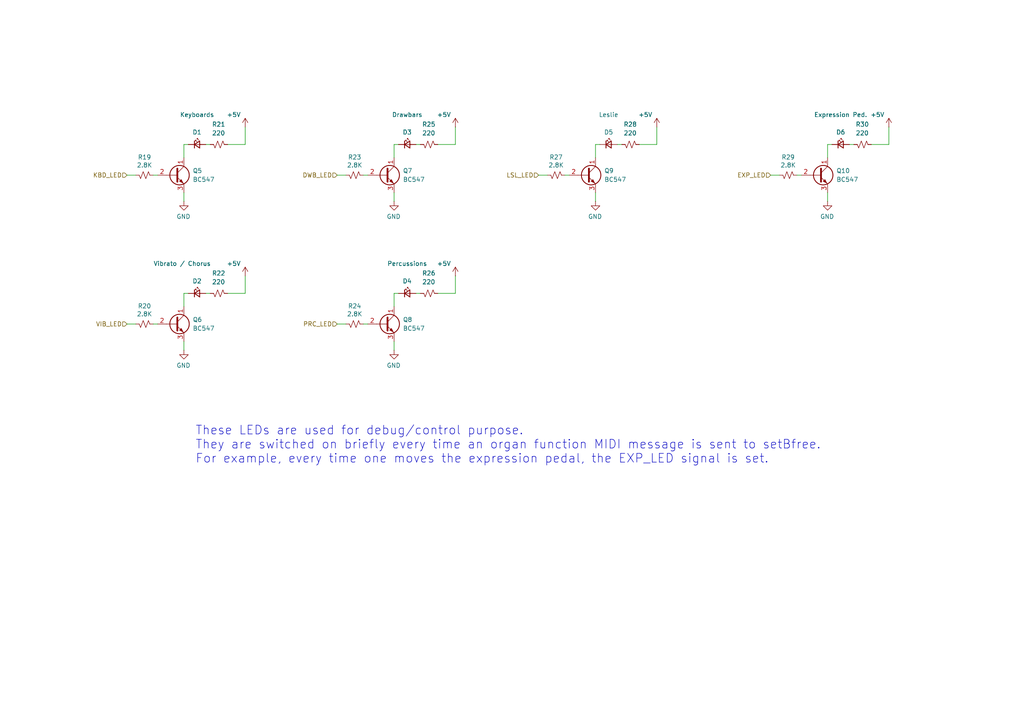
<source format=kicad_sch>
(kicad_sch (version 20250114) (generator "eeschema") (generator_version "9.0")
  (paper "A4")
  (title_block (title "MIDI Message Sending Control LEDs") (date "2025-07-28") (rev "1.0") (company "Picherie"))
  (lib_symbols
    (symbol "Device:LED_Small" (pin_numbers (hide yes)) (pin_names (offset 0.254) (hide yes))
      (property "Reference" "D" (at -1.27 3.175 0))
      (property "Value" "LED_Small" (at -4.445 -2.54 0))
      (symbol "LED_Small_0_1"
        (polyline (pts (xy -0.762 -1.016) (xy -0.762 1.016)) (stroke (width 0.254)))
        (polyline (pts (xy 0 0.762) (xy -0.508 1.27) (xy -0.254 1.27) (xy -0.508 1.27) (xy -0.508 1.016)))
        (polyline (pts (xy 0.508 1.27) (xy 0 1.778) (xy 0.254 1.778) (xy 0 1.778) (xy 0 1.524)))
        (polyline (pts (xy 0.762 -1.016) (xy -0.762 0) (xy 0.762 1.016) (xy 0.762 -1.016)) (stroke (width 0.254)))
        (polyline (pts (xy 1.016 0) (xy -0.762 0)))
      )
      (symbol "LED_Small_1_1"
        (pin passive line (at -2.54 0 0) (length 1.778) (name "K") (number "1"))
        (pin passive line (at 2.54 0 180) (length 1.778) (name "A") (number "2"))
      )
    )
    (symbol "Device:R_Small_US" (pin_numbers (hide yes)) (pin_names (offset 0.254) (hide yes))
      (property "Reference" "R" (at 0.762 0.508 0))
      (property "Value" "R_Small_US" (at 0.762 -1.016 0))
      (symbol "R_Small_US_1_1"
        (polyline (pts (xy 0 1.524) (xy 1.016 1.143) (xy 0 0.762) (xy -1.016 0.381) (xy 0 0)))
        (polyline (pts (xy 0 0) (xy 1.016 -0.381) (xy 0 -0.762) (xy -1.016 -1.143) (xy 0 -1.524)))
        (pin passive line (at 0 2.54 270) (length 1.016) (name "~") (number "1"))
        (pin passive line (at 0 -2.54 90) (length 1.016) (name "~") (number "2"))
      )
    )
    (symbol "Transistor_BJT:BC547" (pin_names (offset 0) (hide yes))
      (property "Reference" "Q" (at 5.08 1.905 0))
      (property "Value" "BC547" (at 5.08 0 0))
      (symbol "BC547_0_1"
        (polyline (pts (xy -2.54 0) (xy 0.635 0)))
        (polyline (pts (xy 0.635 1.905) (xy 0.635 -1.905)) (stroke (width 0.508)))
        (circle (center 1.27 0) (radius 2.8194) (stroke (width 0.254)))
      )
      (symbol "BC547_1_1"
        (polyline (pts (xy 0.635 0.635) (xy 2.54 2.54)))
        (polyline (pts (xy 0.635 -0.635) (xy 2.54 -2.54)))
        (polyline (pts (xy 1.27 -1.778) (xy 1.778 -1.27) (xy 2.286 -2.286) (xy 1.27 -1.778)) (fill (type outline)))
        (pin input line (at -5.08 0 0) (length 2.54) (name "B") (number "2"))
        (pin passive line (at 2.54 5.08 270) (length 2.54) (name "C") (number "1"))
        (pin passive line (at 2.54 -5.08 90) (length 2.54) (name "E") (number "3"))
      )
    )
    (symbol "power:+5V" (power) (pin_numbers (hide yes)) (pin_names (offset 0) (hide yes))
      (property "Value" "+5V" (at 0 3.556 0))
      (symbol "+5V_0_1"
        (polyline (pts (xy -0.762 1.27) (xy 0 2.54)))
        (polyline (pts (xy 0 2.54) (xy 0.762 1.27)))
        (polyline (pts (xy 0 0) (xy 0 2.54)))
      )
      (symbol "+5V_1_1"
        (pin power_in line (at 0 0 90) (length 0) (name "~") (number "1"))
      )
    )
    (symbol "power:GND" (power) (pin_numbers (hide yes)) (pin_names (offset 0) (hide yes))
      (property "Value" "GND" (at 0 -3.81 0))
      (symbol "GND_0_1"
        (polyline (pts (xy 0 0) (xy 0 -1.27) (xy 1.27 -1.27) (xy 0 -2.54) (xy -1.27 -1.27) (xy 0 -1.27)))
      )
      (symbol "GND_1_1"
        (pin power_in line (at 0 0 270) (length 0) (name "~") (number "1"))
      )
    )
  )
  (text "These LEDs are used for debug/control purpose.\nThey are switched on briefly every time an organ function MIDI message is sent to setBfree.\nFor example, every time one moves the expression pedal, the EXP_LED signal is set." (at 56.642 129.032 0) (effects (font (size 2.54 2.54)) (justify left)))
  (wire (pts (xy 173.99 41.91) (xy 172.72 41.91)))
  (wire (pts (xy 163.83 50.8) (xy 165.1 50.8)))
  (wire (pts (xy 240.03 58.42) (xy 240.03 55.88)))
  (wire (pts (xy 114.3 41.91) (xy 114.3 45.72)))
  (wire (pts (xy 54.61 85.09) (xy 53.34 85.09)))
  (wire (pts (xy 53.34 101.6) (xy 53.34 99.06)))
  (wire (pts (xy 180.34 41.91) (xy 179.07 41.91)))
  (wire (pts (xy 53.34 41.91) (xy 53.34 45.72)))
  (wire (pts (xy 39.37 93.98) (xy 36.83 93.98)))
  (wire (pts (xy 121.92 85.09) (xy 120.65 85.09)))
  (wire (pts (xy 121.92 41.91) (xy 120.65 41.91)))
  (wire (pts (xy 100.33 93.98) (xy 97.79 93.98)))
  (wire (pts (xy 132.08 85.09) (xy 127 85.09)))
  (wire (pts (xy 114.3 85.09) (xy 114.3 88.9)))
  (wire (pts (xy 105.41 50.8) (xy 106.68 50.8)))
  (wire (pts (xy 158.75 50.8) (xy 156.21 50.8)))
  (wire (pts (xy 240.03 41.91) (xy 240.03 45.72)))
  (wire (pts (xy 39.37 50.8) (xy 36.83 50.8)))
  (wire (pts (xy 132.08 41.91) (xy 127 41.91)))
  (wire (pts (xy 190.5 36.83) (xy 190.5 41.91)))
  (wire (pts (xy 231.14 50.8) (xy 232.41 50.8)))
  (wire (pts (xy 114.3 101.6) (xy 114.3 99.06)))
  (wire (pts (xy 132.08 80.01) (xy 132.08 85.09)))
  (wire (pts (xy 44.45 93.98) (xy 45.72 93.98)))
  (wire (pts (xy 257.81 41.91) (xy 252.73 41.91)))
  (wire (pts (xy 53.34 85.09) (xy 53.34 88.9)))
  (wire (pts (xy 190.5 41.91) (xy 185.42 41.91)))
  (wire (pts (xy 71.12 85.09) (xy 66.04 85.09)))
  (wire (pts (xy 241.3 41.91) (xy 240.03 41.91)))
  (wire (pts (xy 247.65 41.91) (xy 246.38 41.91)))
  (wire (pts (xy 71.12 41.91) (xy 66.04 41.91)))
  (wire (pts (xy 172.72 58.42) (xy 172.72 55.88)))
  (wire (pts (xy 257.81 36.83) (xy 257.81 41.91)))
  (wire (pts (xy 115.57 85.09) (xy 114.3 85.09)))
  (wire (pts (xy 226.06 50.8) (xy 223.52 50.8)))
  (wire (pts (xy 54.61 41.91) (xy 53.34 41.91)))
  (wire (pts (xy 115.57 41.91) (xy 114.3 41.91)))
  (wire (pts (xy 71.12 80.01) (xy 71.12 85.09)))
  (wire (pts (xy 132.08 36.83) (xy 132.08 41.91)))
  (wire (pts (xy 100.33 50.8) (xy 97.79 50.8)))
  (wire (pts (xy 60.96 85.09) (xy 59.69 85.09)))
  (wire (pts (xy 114.3 58.42) (xy 114.3 55.88)))
  (wire (pts (xy 172.72 41.91) (xy 172.72 45.72)))
  (wire (pts (xy 44.45 50.8) (xy 45.72 50.8)))
  (wire (pts (xy 105.41 93.98) (xy 106.68 93.98)))
  (wire (pts (xy 53.34 58.42) (xy 53.34 55.88)))
  (wire (pts (xy 71.12 36.83) (xy 71.12 41.91)))
  (wire (pts (xy 60.96 41.91) (xy 59.69 41.91)))
  (hierarchical_label "DWB_LED" (shape input) (at 97.79 50.8 180))
  (hierarchical_label "KBD_LED" (shape input) (at 36.83 50.8 180))
  (hierarchical_label "LSL_LED" (shape input) (at 156.21 50.8 180))
  (hierarchical_label "PRC_LED" (shape input) (at 97.79 93.98 180))
  (hierarchical_label "EXP_LED" (shape input) (at 223.52 50.8 180))
  (hierarchical_label "VIB_LED" (shape input) (at 36.83 93.98 180))
  (symbol (lib_id "Transistor_BJT:BC547") (at 50.8 50.8 0) (unit 1)
    (property "Reference" "Q5" (at 55.88 49.5299 0) (effects (justify left)))
    (property "Value" "BC547" (at 55.88 52.0699 0) (effects (justify left)))
    (property "Footprint" "Package_TO_SOT_THT:TO-92_Inline" (effects (hide yes)))
    (property "Datasheet" "https://www.onsemi.com/pub/Collateral/BC550-D.pdf" (effects (hide yes)))
    (property "Description" "0.1A Ic, 45V Vce, Small Signal NPN Transistor, TO-92" (effects (hide yes)))
  )
  (symbol (lib_id "power:+5V") (at 190.5 36.83 0) (mirror y) (unit 1)
    (property "Reference" "#PWR059" (effects (hide yes)))
    (property "Value" "+5V" (at 189.23 33.274 0) (effects (justify left)))
    (property "Description" "Power symbol creates a global label with name \"+5V\"" (effects (hide yes)))
  )
  (symbol (lib_id "power:GND") (at 53.34 58.42 0) (mirror y) (unit 1)
    (property "Reference" "#PWR050" (effects (hide yes)))
    (property "Value" "GND" (at 53.213 62.8142 0))
    (property "Description" "Power symbol creates a global label with name \"GND\" , ground" (effects (hide yes)))
  )
  (symbol (lib_id "Device:R_Small_US") (at 182.88 41.91 270) (mirror x) (unit 1)
    (property "Reference" "R28" (at 180.848 36.068 90) (effects (justify left)))
    (property "Value" "220" (at 180.848 38.608 90) (effects (justify left)))
    (property "Footprint" "Resistor_THT:R_Axial_DIN0207_L6.3mm_D2.5mm_P7.62mm_Horizontal" (effects (hide yes)))
    (property "Description" "Resistor, small US symbol" (effects (hide yes)))
  )
  (symbol (lib_id "Device:R_Small_US") (at 102.87 93.98 90) (mirror x) (unit 1)
    (property "Reference" "R24" (at 102.87 88.773 90))
    (property "Value" "2.8K" (at 102.87 91.0844 90))
    (property "Footprint" "Resistor_THT:R_Axial_DIN0207_L6.3mm_D2.5mm_P7.62mm_Horizontal" (effects (hide yes)))
    (property "Description" "Resistor, small US symbol" (effects (hide yes)))
  )
  (symbol (lib_id "Device:R_Small_US") (at 124.46 41.91 270) (mirror x) (unit 1)
    (property "Reference" "R25" (at 122.428 36.068 90) (effects (justify left)))
    (property "Value" "220" (at 122.428 38.608 90) (effects (justify left)))
    (property "Footprint" "Resistor_THT:R_Axial_DIN0207_L6.3mm_D2.5mm_P7.62mm_Horizontal" (effects (hide yes)))
    (property "Description" "Resistor, small US symbol" (effects (hide yes)))
  )
  (symbol (lib_id "Device:LED_Small") (at 57.15 85.09 0) (unit 1)
    (property "Reference" "D2" (at 57.15 81.534 0))
    (property "Value" "Vibrato / Chorus" (at 52.832 76.454 0))
    (property "Footprint" "LED_THT:LED_D3.0mm" (effects (hide yes)))
    (property "Description" "Light emitting diode, small symbol" (effects (hide yes)))
    (property "Sim.Pin" "1=K 2=A" (effects (hide yes)))
  )
  (symbol (lib_id "power:GND") (at 53.34 101.6 0) (mirror y) (unit 1)
    (property "Reference" "#PWR051" (effects (hide yes)))
    (property "Value" "GND" (at 53.213 105.9942 0))
    (property "Description" "Power symbol creates a global label with name \"GND\" , ground" (effects (hide yes)))
  )
  (symbol (lib_id "Device:R_Small_US") (at 161.29 50.8 90) (mirror x) (unit 1)
    (property "Reference" "R27" (at 161.29 45.593 90))
    (property "Value" "2.8K" (at 161.29 47.9044 90))
    (property "Footprint" "Resistor_THT:R_Axial_DIN0207_L6.3mm_D2.5mm_P7.62mm_Horizontal" (effects (hide yes)))
    (property "Description" "Resistor, small US symbol" (effects (hide yes)))
  )
  (symbol (lib_id "power:+5V") (at 71.12 80.01 0) (mirror y) (unit 1)
    (property "Reference" "#PWR053" (effects (hide yes)))
    (property "Value" "+5V" (at 69.85 76.454 0) (effects (justify left)))
    (property "Description" "Power symbol creates a global label with name \"+5V\"" (effects (hide yes)))
  )
  (symbol (lib_id "Transistor_BJT:BC547") (at 170.18 50.8 0) (unit 1)
    (property "Reference" "Q9" (at 175.26 49.5299 0) (effects (justify left)))
    (property "Value" "BC547" (at 175.26 52.0699 0) (effects (justify left)))
    (property "Footprint" "Package_TO_SOT_THT:TO-92_Inline" (effects (hide yes)))
    (property "Datasheet" "https://www.onsemi.com/pub/Collateral/BC550-D.pdf" (effects (hide yes)))
    (property "Description" "0.1A Ic, 45V Vce, Small Signal NPN Transistor, TO-92" (effects (hide yes)))
  )
  (symbol (lib_id "Device:R_Small_US") (at 63.5 41.91 270) (mirror x) (unit 1)
    (property "Reference" "R21" (at 61.468 36.068 90) (effects (justify left)))
    (property "Value" "220" (at 61.468 38.608 90) (effects (justify left)))
    (property "Footprint" "Resistor_THT:R_Axial_DIN0207_L6.3mm_D2.5mm_P7.62mm_Horizontal" (effects (hide yes)))
    (property "Description" "Resistor, small US symbol" (effects (hide yes)))
  )
  (symbol (lib_id "power:GND") (at 114.3 58.42 0) (mirror y) (unit 1)
    (property "Reference" "#PWR054" (effects (hide yes)))
    (property "Value" "GND" (at 114.173 62.8142 0))
    (property "Description" "Power symbol creates a global label with name \"GND\" , ground" (effects (hide yes)))
  )
  (symbol (lib_id "Device:R_Small_US") (at 41.91 93.98 90) (mirror x) (unit 1)
    (property "Reference" "R20" (at 41.91 88.773 90))
    (property "Value" "2.8K" (at 41.91 91.0844 90))
    (property "Footprint" "Resistor_THT:R_Axial_DIN0207_L6.3mm_D2.5mm_P7.62mm_Horizontal" (effects (hide yes)))
    (property "Description" "Resistor, small US symbol" (effects (hide yes)))
  )
  (symbol (lib_id "Transistor_BJT:BC547") (at 111.76 93.98 0) (unit 1)
    (property "Reference" "Q8" (at 116.84 92.7099 0) (effects (justify left)))
    (property "Value" "BC547" (at 116.84 95.2499 0) (effects (justify left)))
    (property "Footprint" "Package_TO_SOT_THT:TO-92_Inline" (effects (hide yes)))
    (property "Datasheet" "https://www.onsemi.com/pub/Collateral/BC550-D.pdf" (effects (hide yes)))
    (property "Description" "0.1A Ic, 45V Vce, Small Signal NPN Transistor, TO-92" (effects (hide yes)))
  )
  (symbol (lib_id "power:+5V") (at 71.12 36.83 0) (mirror y) (unit 1)
    (property "Reference" "#PWR052" (effects (hide yes)))
    (property "Value" "+5V" (at 69.85 33.274 0) (effects (justify left)))
    (property "Description" "Power symbol creates a global label with name \"+5V\"" (effects (hide yes)))
  )
  (symbol (lib_id "Transistor_BJT:BC547") (at 111.76 50.8 0) (unit 1)
    (property "Reference" "Q7" (at 116.84 49.5299 0) (effects (justify left)))
    (property "Value" "BC547" (at 116.84 52.0699 0) (effects (justify left)))
    (property "Footprint" "Package_TO_SOT_THT:TO-92_Inline" (effects (hide yes)))
    (property "Datasheet" "https://www.onsemi.com/pub/Collateral/BC550-D.pdf" (effects (hide yes)))
    (property "Description" "0.1A Ic, 45V Vce, Small Signal NPN Transistor, TO-92" (effects (hide yes)))
  )
  (symbol (lib_id "power:+5V") (at 132.08 80.01 0) (mirror y) (unit 1)
    (property "Reference" "#PWR057" (effects (hide yes)))
    (property "Value" "+5V" (at 130.81 76.454 0) (effects (justify left)))
    (property "Description" "Power symbol creates a global label with name \"+5V\"" (effects (hide yes)))
  )
  (symbol (lib_id "Device:LED_Small") (at 57.15 41.91 0) (unit 1)
    (property "Reference" "D1" (at 57.15 38.354 0))
    (property "Value" "Keyboards" (at 57.15 33.274 0))
    (property "Footprint" "LED_THT:LED_D3.0mm" (effects (hide yes)))
    (property "Description" "Light emitting diode, small symbol" (effects (hide yes)))
    (property "Sim.Pin" "1=K 2=A" (effects (hide yes)))
  )
  (symbol (lib_id "Transistor_BJT:BC547") (at 50.8 93.98 0) (unit 1)
    (property "Reference" "Q6" (at 55.88 92.7099 0) (effects (justify left)))
    (property "Value" "BC547" (at 55.88 95.2499 0) (effects (justify left)))
    (property "Footprint" "Package_TO_SOT_THT:TO-92_Inline" (effects (hide yes)))
    (property "Datasheet" "https://www.onsemi.com/pub/Collateral/BC550-D.pdf" (effects (hide yes)))
    (property "Description" "0.1A Ic, 45V Vce, Small Signal NPN Transistor, TO-92" (effects (hide yes)))
  )
  (symbol (lib_id "power:+5V") (at 132.08 36.83 0) (mirror y) (unit 1)
    (property "Reference" "#PWR056" (effects (hide yes)))
    (property "Value" "+5V" (at 130.81 33.274 0) (effects (justify left)))
    (property "Description" "Power symbol creates a global label with name \"+5V\"" (effects (hide yes)))
  )
  (symbol (lib_id "Device:R_Small_US") (at 63.5 85.09 270) (mirror x) (unit 1)
    (property "Reference" "R22" (at 61.468 79.248 90) (effects (justify left)))
    (property "Value" "220" (at 61.468 81.788 90) (effects (justify left)))
    (property "Footprint" "Resistor_THT:R_Axial_DIN0207_L6.3mm_D2.5mm_P7.62mm_Horizontal" (effects (hide yes)))
    (property "Description" "Resistor, small US symbol" (effects (hide yes)))
  )
  (symbol (lib_id "power:GND") (at 172.72 58.42 0) (mirror y) (unit 1)
    (property "Reference" "#PWR058" (effects (hide yes)))
    (property "Value" "GND" (at 172.593 62.8142 0))
    (property "Description" "Power symbol creates a global label with name \"GND\" , ground" (effects (hide yes)))
  )
  (symbol (lib_id "power:+5V") (at 257.81 36.83 0) (mirror y) (unit 1)
    (property "Reference" "#PWR061" (effects (hide yes)))
    (property "Value" "+5V" (at 256.54 33.274 0) (effects (justify left)))
    (property "Description" "Power symbol creates a global label with name \"+5V\"" (effects (hide yes)))
  )
  (symbol (lib_id "power:GND") (at 114.3 101.6 0) (mirror y) (unit 1)
    (property "Reference" "#PWR055" (effects (hide yes)))
    (property "Value" "GND" (at 114.173 105.9942 0))
    (property "Description" "Power symbol creates a global label with name \"GND\" , ground" (effects (hide yes)))
  )
  (symbol (lib_id "Device:LED_Small") (at 176.53 41.91 0) (unit 1)
    (property "Reference" "D5" (at 176.53 38.354 0))
    (property "Value" "Leslie" (at 176.53 33.274 0))
    (property "Footprint" "LED_THT:LED_D3.0mm" (effects (hide yes)))
    (property "Description" "Light emitting diode, small symbol" (effects (hide yes)))
    (property "Sim.Pin" "1=K 2=A" (effects (hide yes)))
  )
  (symbol (lib_id "Device:R_Small_US") (at 228.6 50.8 90) (mirror x) (unit 1)
    (property "Reference" "R29" (at 228.6 45.593 90))
    (property "Value" "2.8K" (at 228.6 47.9044 90))
    (property "Footprint" "Resistor_THT:R_Axial_DIN0207_L6.3mm_D2.5mm_P7.62mm_Horizontal" (effects (hide yes)))
    (property "Description" "Resistor, small US symbol" (effects (hide yes)))
  )
  (symbol (lib_id "Device:R_Small_US") (at 250.19 41.91 270) (mirror x) (unit 1)
    (property "Reference" "R30" (at 248.158 36.068 90) (effects (justify left)))
    (property "Value" "220" (at 248.158 38.608 90) (effects (justify left)))
    (property "Footprint" "Resistor_THT:R_Axial_DIN0207_L6.3mm_D2.5mm_P7.62mm_Horizontal" (effects (hide yes)))
    (property "Description" "Resistor, small US symbol" (effects (hide yes)))
  )
  (symbol (lib_id "Device:R_Small_US") (at 102.87 50.8 90) (mirror x) (unit 1)
    (property "Reference" "R23" (at 102.87 45.593 90))
    (property "Value" "2.8K" (at 102.87 47.9044 90))
    (property "Footprint" "Resistor_THT:R_Axial_DIN0207_L6.3mm_D2.5mm_P7.62mm_Horizontal" (effects (hide yes)))
    (property "Description" "Resistor, small US symbol" (effects (hide yes)))
  )
  (symbol (lib_id "Device:LED_Small") (at 118.11 85.09 0) (unit 1)
    (property "Reference" "D4" (at 118.11 81.534 0))
    (property "Value" "Percussions" (at 118.11 76.454 0))
    (property "Footprint" "LED_THT:LED_D3.0mm" (effects (hide yes)))
    (property "Description" "Light emitting diode, small symbol" (effects (hide yes)))
    (property "Sim.Pin" "1=K 2=A" (effects (hide yes)))
  )
  (symbol (lib_id "Transistor_BJT:BC547") (at 237.49 50.8 0) (unit 1)
    (property "Reference" "Q10" (at 242.57 49.5299 0) (effects (justify left)))
    (property "Value" "BC547" (at 242.57 52.0699 0) (effects (justify left)))
    (property "Footprint" "Package_TO_SOT_THT:TO-92_Inline" (effects (hide yes)))
    (property "Datasheet" "https://www.onsemi.com/pub/Collateral/BC550-D.pdf" (effects (hide yes)))
    (property "Description" "0.1A Ic, 45V Vce, Small Signal NPN Transistor, TO-92" (effects (hide yes)))
  )
  (symbol (lib_id "Device:LED_Small") (at 118.11 41.91 0) (unit 1)
    (property "Reference" "D3" (at 118.11 38.354 0))
    (property "Value" "Drawbars" (at 118.11 33.274 0))
    (property "Footprint" "LED_THT:LED_D3.0mm" (effects (hide yes)))
    (property "Description" "Light emitting diode, small symbol" (effects (hide yes)))
    (property "Sim.Pin" "1=K 2=A" (effects (hide yes)))
  )
  (symbol (lib_id "Device:R_Small_US") (at 41.91 50.8 90) (mirror x) (unit 1)
    (property "Reference" "R19" (at 41.91 45.593 90))
    (property "Value" "2.8K" (at 41.91 47.9044 90))
    (property "Footprint" "Resistor_THT:R_Axial_DIN0207_L6.3mm_D2.5mm_P7.62mm_Horizontal" (effects (hide yes)))
    (property "Description" "Resistor, small US symbol" (effects (hide yes)))
  )
  (symbol (lib_id "Device:LED_Small") (at 243.84 41.91 0) (unit 1)
    (property "Reference" "D6" (at 243.84 38.354 0))
    (property "Value" "Expression Ped." (at 243.84 33.274 0))
    (property "Footprint" "LED_THT:LED_D3.0mm" (effects (hide yes)))
    (property "Description" "Light emitting diode, small symbol" (effects (hide yes)))
    (property "Sim.Pin" "1=K 2=A" (effects (hide yes)))
  )
  (symbol (lib_id "power:GND") (at 240.03 58.42 0) (mirror y) (unit 1)
    (property "Reference" "#PWR060" (effects (hide yes)))
    (property "Value" "GND" (at 239.903 62.8142 0))
    (property "Description" "Power symbol creates a global label with name \"GND\" , ground" (effects (hide yes)))
  )
  (symbol (lib_id "Device:R_Small_US") (at 124.46 85.09 270) (mirror x) (unit 1)
    (property "Reference" "R26" (at 122.428 79.248 90) (effects (justify left)))
    (property "Value" "220" (at 122.428 81.788 90) (effects (justify left)))
    (property "Footprint" "Resistor_THT:R_Axial_DIN0207_L6.3mm_D2.5mm_P7.62mm_Horizontal" (effects (hide yes)))
    (property "Description" "Resistor, small US symbol" (effects (hide yes)))
  )
)
</source>
